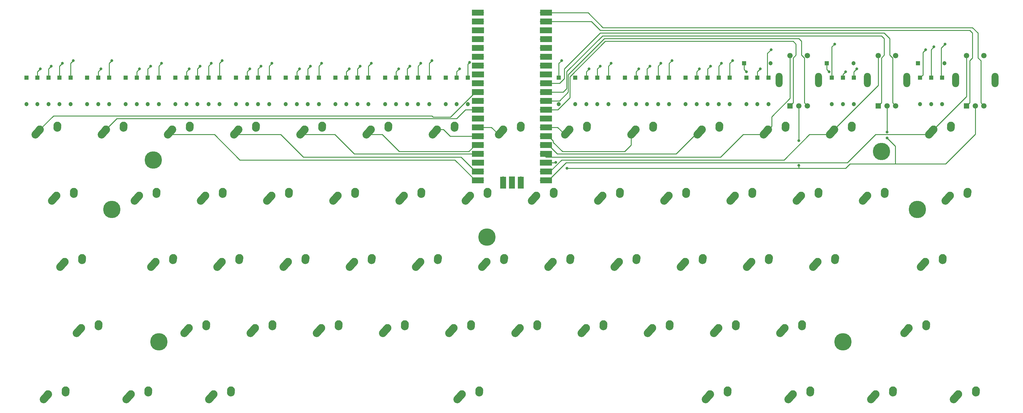
<source format=gbl>
%TF.GenerationSoftware,KiCad,Pcbnew,7.0.4*%
%TF.CreationDate,2023-05-29T10:37:38-04:00*%
%TF.ProjectId,keyboard,6b657962-6f61-4726-942e-6b696361645f,rev?*%
%TF.SameCoordinates,Original*%
%TF.FileFunction,Copper,L2,Bot*%
%TF.FilePolarity,Positive*%
%FSLAX46Y46*%
G04 Gerber Fmt 4.6, Leading zero omitted, Abs format (unit mm)*
G04 Created by KiCad (PCBNEW 7.0.4) date 2023-05-29 10:37:38*
%MOMM*%
%LPD*%
G01*
G04 APERTURE LIST*
G04 Aperture macros list*
%AMRoundRect*
0 Rectangle with rounded corners*
0 $1 Rounding radius*
0 $2 $3 $4 $5 $6 $7 $8 $9 X,Y pos of 4 corners*
0 Add a 4 corners polygon primitive as box body*
4,1,4,$2,$3,$4,$5,$6,$7,$8,$9,$2,$3,0*
0 Add four circle primitives for the rounded corners*
1,1,$1+$1,$2,$3*
1,1,$1+$1,$4,$5*
1,1,$1+$1,$6,$7*
1,1,$1+$1,$8,$9*
0 Add four rect primitives between the rounded corners*
20,1,$1+$1,$2,$3,$4,$5,0*
20,1,$1+$1,$4,$5,$6,$7,0*
20,1,$1+$1,$6,$7,$8,$9,0*
20,1,$1+$1,$8,$9,$2,$3,0*%
%AMHorizOval*
0 Thick line with rounded ends*
0 $1 width*
0 $2 $3 position (X,Y) of the first rounded end (center of the circle)*
0 $4 $5 position (X,Y) of the second rounded end (center of the circle)*
0 Add line between two ends*
20,1,$1,$2,$3,$4,$5,0*
0 Add two circle primitives to create the rounded ends*
1,1,$1,$2,$3*
1,1,$1,$4,$5*%
G04 Aperture macros list end*
%TA.AperFunction,ComponentPad*%
%ADD10HorizOval,2.250000X0.655001X0.730000X-0.655001X-0.730000X0*%
%TD*%
%TA.AperFunction,ComponentPad*%
%ADD11C,2.250000*%
%TD*%
%TA.AperFunction,ComponentPad*%
%ADD12HorizOval,2.250000X0.020000X0.290000X-0.020000X-0.290000X0*%
%TD*%
%TA.AperFunction,ComponentPad*%
%ADD13R,1.200000X1.200000*%
%TD*%
%TA.AperFunction,ComponentPad*%
%ADD14C,1.200000*%
%TD*%
%TA.AperFunction,ComponentPad*%
%ADD15C,5.000000*%
%TD*%
%TA.AperFunction,ComponentPad*%
%ADD16C,1.550000*%
%TD*%
%TA.AperFunction,ComponentPad*%
%ADD17RoundRect,1.000000X0.000000X-1.049999X0.000000X-1.049999X0.000000X1.049999X0.000000X1.049999X0*%
%TD*%
%TA.AperFunction,ComponentPad*%
%ADD18R,1.550000X1.550000*%
%TD*%
%TA.AperFunction,ComponentPad*%
%ADD19O,1.700000X1.700000*%
%TD*%
%TA.AperFunction,SMDPad,CuDef*%
%ADD20R,3.500000X1.700000*%
%TD*%
%TA.AperFunction,ComponentPad*%
%ADD21R,1.700000X1.700000*%
%TD*%
%TA.AperFunction,SMDPad,CuDef*%
%ADD22R,1.700000X3.500000*%
%TD*%
%TA.AperFunction,ViaPad*%
%ADD23C,0.800000*%
%TD*%
%TA.AperFunction,Conductor*%
%ADD24C,0.250000*%
%TD*%
G04 APERTURE END LIST*
D10*
%TO.P,MX42,1,COL*%
%TO.N,COL0*%
X73838751Y-142780000D03*
D11*
X74493750Y-142050000D03*
D12*
%TO.P,MX42,2,ROW*%
%TO.N,Net-(D4-A)*%
X79513750Y-141260000D03*
D11*
X79533750Y-140970000D03*
%TD*%
D13*
%TO.P,D43,1,K*%
%TO.N,ROW0*%
X230981250Y-70005750D03*
D14*
%TO.P,D43,2,A*%
%TO.N,Net-(D43-A)*%
X230981250Y-77631750D03*
%TD*%
D13*
%TO.P,D60,1,K*%
%TO.N,ROW3*%
X319087500Y-70005750D03*
D14*
%TO.P,D60,2,A*%
%TO.N,Net-(D60-A)*%
X319087500Y-77631750D03*
%TD*%
D13*
%TO.P,D52,1,K*%
%TO.N,ROW4*%
X261143750Y-70005750D03*
D14*
%TO.P,D52,2,A*%
%TO.N,Net-(D52-A)*%
X261143750Y-77631750D03*
%TD*%
D15*
%TO.P,REF\u002A\u002A,1*%
%TO.N,N/C*%
X83343750Y-107950000D03*
%TD*%
D10*
%TO.P,MX50,1,COL*%
%TO.N,COL9*%
X238145001Y-142780000D03*
D11*
X238800000Y-142050000D03*
D12*
%TO.P,MX50,2,ROW*%
%TO.N,Net-(D42-A)*%
X243820000Y-141260000D03*
D11*
X243840000Y-140970000D03*
%TD*%
D10*
%TO.P,MX33,1,COL*%
%TO.N,COL5*%
X152420001Y-123730000D03*
D11*
X153075000Y-123000000D03*
D12*
%TO.P,MX33,2,ROW*%
%TO.N,Net-(D24-A)*%
X158095000Y-122210000D03*
D11*
X158115000Y-121920000D03*
%TD*%
D13*
%TO.P,D46,1,K*%
%TO.N,ROW3*%
X240506250Y-70005750D03*
D14*
%TO.P,D46,2,A*%
%TO.N,Net-(D46-A)*%
X240506250Y-77631750D03*
%TD*%
D10*
%TO.P,MX5,1,COL*%
%TO.N,COL4*%
X138132501Y-85630000D03*
D11*
X138787500Y-84900000D03*
D12*
%TO.P,MX5,2,ROW*%
%TO.N,Net-(D18-A)*%
X143807500Y-84110000D03*
D11*
X143827500Y-83820000D03*
%TD*%
D10*
%TO.P,MX18,1,COL*%
%TO.N,COL3*%
X128607501Y-104680000D03*
D11*
X129262500Y-103950000D03*
D12*
%TO.P,MX18,2,ROW*%
%TO.N,Net-(D14-A)*%
X134282500Y-103160000D03*
D11*
X134302500Y-102870000D03*
%TD*%
D10*
%TO.P,MX7,1,COL*%
%TO.N,COL6*%
X176232501Y-85630000D03*
D11*
X176887500Y-84900000D03*
D12*
%TO.P,MX7,2,ROW*%
%TO.N,Net-(D26-A)*%
X181907500Y-84110000D03*
D11*
X181927500Y-83820000D03*
%TD*%
D13*
%TO.P,D8,1,K*%
%TO.N,ROW4*%
X82550000Y-70005750D03*
D14*
%TO.P,D8,2,A*%
%TO.N,Net-(D8-A)*%
X82550000Y-77631750D03*
%TD*%
D13*
%TO.P,D31,1,K*%
%TO.N,ROW1*%
X165100000Y-70005750D03*
D14*
%TO.P,D31,2,A*%
%TO.N,Net-(D31-A)*%
X165100000Y-77631750D03*
%TD*%
D13*
%TO.P,D44,1,K*%
%TO.N,ROW1*%
X234156250Y-70005750D03*
D14*
%TO.P,D44,2,A*%
%TO.N,Net-(D44-A)*%
X234156250Y-77631750D03*
%TD*%
D10*
%TO.P,MX20,1,COL*%
%TO.N,COL5*%
X166707501Y-104680000D03*
D11*
X167362500Y-103950000D03*
D12*
%TO.P,MX20,2,ROW*%
%TO.N,Net-(D23-A)*%
X172382500Y-103160000D03*
D11*
X172402500Y-102870000D03*
%TD*%
D10*
%TO.P,MX60,1,COL*%
%TO.N,COL12*%
X302438751Y-161830000D03*
D11*
X303093750Y-161100000D03*
D12*
%TO.P,MX60,2,ROW*%
%TO.N,Net-(D56-A)*%
X308113750Y-160310000D03*
D11*
X308133750Y-160020000D03*
%TD*%
D13*
%TO.P,D17,1,K*%
%TO.N,ROW4*%
X114300000Y-70005750D03*
D14*
%TO.P,D17,2,A*%
%TO.N,Net-(D17-A)*%
X114300000Y-77631750D03*
%TD*%
D13*
%TO.P,D11,1,K*%
%TO.N,ROW2*%
X93662500Y-70005750D03*
D14*
%TO.P,D11,2,A*%
%TO.N,Net-(D11-A)*%
X93662500Y-77631750D03*
%TD*%
D10*
%TO.P,MX27,1,COL*%
%TO.N,COL12*%
X300057501Y-104680000D03*
D11*
X300712500Y-103950000D03*
D12*
%TO.P,MX27,2,ROW*%
%TO.N,Net-(D54-A)*%
X305732500Y-103160000D03*
D11*
X305752500Y-102870000D03*
%TD*%
D10*
%TO.P,MX2,1,COL*%
%TO.N,COL1*%
X80982501Y-85630000D03*
D11*
X81637500Y-84900000D03*
D12*
%TO.P,MX2,2,ROW*%
%TO.N,Net-(D6-A)*%
X86657500Y-84110000D03*
D11*
X86677500Y-83820000D03*
%TD*%
D13*
%TO.P,D39,1,K*%
%TO.N,ROW0*%
X216693750Y-70005750D03*
D14*
%TO.P,D39,2,A*%
%TO.N,Net-(D39-A)*%
X216693750Y-77631750D03*
%TD*%
D13*
%TO.P,D48,1,K*%
%TO.N,ROW0*%
X248443750Y-70005750D03*
D14*
%TO.P,D48,2,A*%
%TO.N,Net-(D48-A)*%
X248443750Y-77631750D03*
%TD*%
D13*
%TO.P,D10,1,K*%
%TO.N,ROW1*%
X90487500Y-70005750D03*
D14*
%TO.P,D10,2,A*%
%TO.N,Net-(D10-A)*%
X90487500Y-77631750D03*
%TD*%
D13*
%TO.P,D2,1,K*%
%TO.N,ROW1*%
X61912500Y-70005750D03*
D14*
%TO.P,D2,2,A*%
%TO.N,Net-(D2-A)*%
X61912500Y-77631750D03*
%TD*%
D10*
%TO.P,MX30,1,COL*%
%TO.N,COL2*%
X95270001Y-123730000D03*
D11*
X95925000Y-123000000D03*
D12*
%TO.P,MX30,2,ROW*%
%TO.N,Net-(D11-A)*%
X100945000Y-122210000D03*
D11*
X100965000Y-121920000D03*
%TD*%
D10*
%TO.P,MX48,1,COL*%
%TO.N,COL7*%
X200045001Y-142780000D03*
D11*
X200700000Y-142050000D03*
D12*
%TO.P,MX48,2,ROW*%
%TO.N,Net-(D33-A)*%
X205720000Y-141260000D03*
D11*
X205740000Y-140970000D03*
%TD*%
D13*
%TO.P,D13,1,K*%
%TO.N,ROW0*%
X101600000Y-70005750D03*
D14*
%TO.P,D13,2,A*%
%TO.N,Net-(D13-A)*%
X101600000Y-77631750D03*
%TD*%
D13*
%TO.P,D41,1,K*%
%TO.N,ROW2*%
X223043750Y-70005750D03*
D14*
%TO.P,D41,2,A*%
%TO.N,Net-(D41-A)*%
X223043750Y-77631750D03*
%TD*%
D13*
%TO.P,D23,1,K*%
%TO.N,ROW1*%
X136525000Y-70005750D03*
D14*
%TO.P,D23,2,A*%
%TO.N,Net-(D23-A)*%
X136525000Y-77631750D03*
%TD*%
D10*
%TO.P,MX55,1,COL*%
%TO.N,COL1*%
X88126251Y-161830000D03*
D11*
X88781250Y-161100000D03*
D12*
%TO.P,MX55,2,ROW*%
%TO.N,Net-(D8-A)*%
X93801250Y-160310000D03*
D11*
X93821250Y-160020000D03*
%TD*%
D10*
%TO.P,MX6,1,COL*%
%TO.N,COL5*%
X157182501Y-85630000D03*
D11*
X157837500Y-84900000D03*
D12*
%TO.P,MX6,2,ROW*%
%TO.N,Net-(D22-A)*%
X162857500Y-84110000D03*
D11*
X162877500Y-83820000D03*
%TD*%
D13*
%TO.P,D64,1,K*%
%TO.N,ROW0*%
X315274500Y-65881250D03*
D14*
%TO.P,D64,2,A*%
%TO.N,Net-(D64-A)*%
X322900500Y-65881250D03*
%TD*%
D15*
%TO.P,,1*%
%TO.N,N/C*%
X95250000Y-93662500D03*
%TD*%
D13*
%TO.P,D33,1,K*%
%TO.N,ROW3*%
X171450000Y-70005750D03*
D14*
%TO.P,D33,2,A*%
%TO.N,Net-(D33-A)*%
X171450000Y-77631750D03*
%TD*%
D10*
%TO.P,MX51,1,COL*%
%TO.N,COL10*%
X257195001Y-142780000D03*
D11*
X257850000Y-142050000D03*
D12*
%TO.P,MX51,2,ROW*%
%TO.N,Net-(D46-A)*%
X262870000Y-141260000D03*
D11*
X262890000Y-140970000D03*
%TD*%
D10*
%TO.P,MX41,1,COL*%
%TO.N,COL13*%
X316726251Y-123730000D03*
D11*
X317381250Y-123000000D03*
D12*
%TO.P,MX41,2,ROW*%
%TO.N,Net-(D59-A)*%
X322401250Y-122210000D03*
D11*
X322421250Y-121920000D03*
%TD*%
D10*
%TO.P,MX3,1,COL*%
%TO.N,COL2*%
X100032501Y-85630000D03*
D11*
X100687500Y-84900000D03*
D12*
%TO.P,MX3,2,ROW*%
%TO.N,Net-(D9-A)*%
X105707500Y-84110000D03*
D11*
X105727500Y-83820000D03*
%TD*%
D13*
%TO.P,D15,1,K*%
%TO.N,ROW2*%
X107950000Y-70005750D03*
D14*
%TO.P,D15,2,A*%
%TO.N,Net-(D15-A)*%
X107950000Y-77631750D03*
%TD*%
D13*
%TO.P,D26,1,K*%
%TO.N,ROW0*%
X147637500Y-70005750D03*
D14*
%TO.P,D26,2,A*%
%TO.N,Net-(D26-A)*%
X147637500Y-77631750D03*
%TD*%
D13*
%TO.P,D30,1,K*%
%TO.N,ROW0*%
X161925000Y-70005750D03*
D14*
%TO.P,D30,2,A*%
%TO.N,Net-(D30-A)*%
X161925000Y-77631750D03*
%TD*%
D13*
%TO.P,D3,1,K*%
%TO.N,ROW2*%
X65087500Y-70005750D03*
D14*
%TO.P,D3,2,A*%
%TO.N,Net-(D3-A)*%
X65087500Y-77631750D03*
%TD*%
D10*
%TO.P,MX44,1,COL*%
%TO.N,COL3*%
X123845001Y-142780000D03*
D11*
X124500000Y-142050000D03*
D12*
%TO.P,MX44,2,ROW*%
%TO.N,Net-(D16-A)*%
X129520000Y-141260000D03*
D11*
X129540000Y-140970000D03*
%TD*%
D16*
%TO.P,ENC3,1,1*%
%TO.N,COL13*%
X329287500Y-63643750D03*
%TO.P,ENC3,2,2*%
%TO.N,Net-(D64-A)*%
X334287500Y-63643750D03*
D17*
%TO.P,ENC3,3,MNT_1*%
%TO.N,unconnected-(ENC3-MNT_1-Pad3)*%
X326087500Y-70643750D03*
%TO.P,ENC3,4,MNT_2*%
%TO.N,unconnected-(ENC3-MNT_2-Pad4)*%
X337487500Y-70643750D03*
D18*
%TO.P,ENC3,A,CHANNEL_A*%
%TO.N,ENC3A*%
X329287500Y-78143750D03*
D16*
%TO.P,ENC3,B,CHANNEL_B*%
%TO.N,ENC3B*%
X334287500Y-78143750D03*
%TO.P,ENC3,C,COMMON*%
%TO.N,GND*%
X331787500Y-78143750D03*
%TD*%
D13*
%TO.P,D22,1,K*%
%TO.N,ROW0*%
X133350000Y-70005750D03*
D14*
%TO.P,D22,2,A*%
%TO.N,Net-(D22-A)*%
X133350000Y-77631750D03*
%TD*%
D13*
%TO.P,D45,1,K*%
%TO.N,ROW2*%
X237331250Y-70005750D03*
D14*
%TO.P,D45,2,A*%
%TO.N,Net-(D45-A)*%
X237331250Y-77631750D03*
%TD*%
D10*
%TO.P,MX56,1,COL*%
%TO.N,COL3*%
X111938751Y-161830000D03*
D11*
X112593750Y-161100000D03*
D12*
%TO.P,MX56,2,ROW*%
%TO.N,Net-(D17-A)*%
X117613750Y-160310000D03*
D11*
X117633750Y-160020000D03*
%TD*%
D13*
%TO.P,D56,1,K*%
%TO.N,ROW4*%
X290512500Y-70005750D03*
D14*
%TO.P,D56,2,A*%
%TO.N,Net-(D56-A)*%
X290512500Y-77631750D03*
%TD*%
D10*
%TO.P,MX32,1,COL*%
%TO.N,COL4*%
X133370001Y-123730000D03*
D11*
X134025000Y-123000000D03*
D12*
%TO.P,MX32,2,ROW*%
%TO.N,Net-(D20-A)*%
X139045000Y-122210000D03*
D11*
X139065000Y-121920000D03*
%TD*%
D13*
%TO.P,D18,1,K*%
%TO.N,ROW0*%
X119062500Y-70005750D03*
D14*
%TO.P,D18,2,A*%
%TO.N,Net-(D18-A)*%
X119062500Y-77631750D03*
%TD*%
D10*
%TO.P,MX34,1,COL*%
%TO.N,COL6*%
X171470001Y-123730000D03*
D11*
X172125000Y-123000000D03*
D12*
%TO.P,MX34,2,ROW*%
%TO.N,Net-(D28-A)*%
X177145000Y-122210000D03*
D11*
X177165000Y-121920000D03*
%TD*%
D10*
%TO.P,MX10,1,COL*%
%TO.N,COL9*%
X233382501Y-85630000D03*
D11*
X234037500Y-84900000D03*
D12*
%TO.P,MX10,2,ROW*%
%TO.N,Net-(D39-A)*%
X239057500Y-84110000D03*
D11*
X239077500Y-83820000D03*
%TD*%
D13*
%TO.P,D19,1,K*%
%TO.N,ROW1*%
X122237500Y-70005750D03*
D14*
%TO.P,D19,2,A*%
%TO.N,Net-(D19-A)*%
X122237500Y-77631750D03*
%TD*%
D13*
%TO.P,D38,1,K*%
%TO.N,ROW3*%
X211931250Y-70005750D03*
D14*
%TO.P,D38,2,A*%
%TO.N,Net-(D38-A)*%
X211931250Y-77631750D03*
%TD*%
D13*
%TO.P,D40,1,K*%
%TO.N,ROW1*%
X219868750Y-70005750D03*
D14*
%TO.P,D40,2,A*%
%TO.N,Net-(D40-A)*%
X219868750Y-77631750D03*
%TD*%
D16*
%TO.P,ENC1,1,1*%
%TO.N,COL11*%
X278487500Y-63643750D03*
%TO.P,ENC1,2,2*%
%TO.N,Net-(D62-A)*%
X283487500Y-63643750D03*
D17*
%TO.P,ENC1,3,MNT_1*%
%TO.N,unconnected-(ENC1-MNT_1-Pad3)*%
X275287500Y-70643750D03*
%TO.P,ENC1,4,MNT_2*%
%TO.N,unconnected-(ENC1-MNT_2-Pad4)*%
X286687500Y-70643750D03*
D18*
%TO.P,ENC1,A,CHANNEL_A*%
%TO.N,ENC1A*%
X278487500Y-78143750D03*
D16*
%TO.P,ENC1,B,CHANNEL_B*%
%TO.N,ENC1B*%
X283487500Y-78143750D03*
%TO.P,ENC1,C,COMMON*%
%TO.N,GND*%
X280987500Y-78143750D03*
%TD*%
D10*
%TO.P,MX52,1,COL*%
%TO.N,COL11*%
X276245001Y-142780000D03*
D11*
X276900000Y-142050000D03*
D12*
%TO.P,MX52,2,ROW*%
%TO.N,Net-(D51-A)*%
X281920000Y-141260000D03*
D11*
X281940000Y-140970000D03*
%TD*%
D10*
%TO.P,MX17,1,COL*%
%TO.N,COL2*%
X109557501Y-104680000D03*
D11*
X110212500Y-103950000D03*
D12*
%TO.P,MX17,2,ROW*%
%TO.N,Net-(D10-A)*%
X115232500Y-103160000D03*
D11*
X115252500Y-102870000D03*
%TD*%
D13*
%TO.P,D53,1,K*%
%TO.N,ROW0*%
X265906250Y-70005750D03*
D14*
%TO.P,D53,2,A*%
%TO.N,Net-(D53-A)*%
X265906250Y-77631750D03*
%TD*%
D13*
%TO.P,D1,1,K*%
%TO.N,ROW0*%
X58737500Y-70005750D03*
D14*
%TO.P,D1,2,A*%
%TO.N,Net-(D1-A)*%
X58737500Y-77631750D03*
%TD*%
D10*
%TO.P,MX39,1,COL*%
%TO.N,COL11*%
X266720001Y-123730000D03*
D11*
X267375000Y-123000000D03*
D12*
%TO.P,MX39,2,ROW*%
%TO.N,Net-(D50-A)*%
X272395000Y-122210000D03*
D11*
X272415000Y-121920000D03*
%TD*%
D10*
%TO.P,MX43,1,COL*%
%TO.N,COL2*%
X104795001Y-142780000D03*
D11*
X105450000Y-142050000D03*
D12*
%TO.P,MX43,2,ROW*%
%TO.N,Net-(D12-A)*%
X110470000Y-141260000D03*
D11*
X110490000Y-140970000D03*
%TD*%
D13*
%TO.P,D42,1,K*%
%TO.N,ROW3*%
X226218750Y-70005750D03*
D14*
%TO.P,D42,2,A*%
%TO.N,Net-(D42-A)*%
X226218750Y-77631750D03*
%TD*%
D16*
%TO.P,ENC2,1,1*%
%TO.N,COL12*%
X303887500Y-63643750D03*
%TO.P,ENC2,2,2*%
%TO.N,Net-(D63-A)*%
X308887500Y-63643750D03*
D17*
%TO.P,ENC2,3,MNT_1*%
%TO.N,unconnected-(ENC2-MNT_1-Pad3)*%
X300687500Y-70643750D03*
%TO.P,ENC2,4,MNT_2*%
%TO.N,unconnected-(ENC2-MNT_2-Pad4)*%
X312087500Y-70643750D03*
D18*
%TO.P,ENC2,A,CHANNEL_A*%
%TO.N,ENC2A*%
X303887500Y-78143750D03*
D16*
%TO.P,ENC2,B,CHANNEL_B*%
%TO.N,ENC2B*%
X308887500Y-78143750D03*
%TO.P,ENC2,C,COMMON*%
%TO.N,GND*%
X306387500Y-78143750D03*
%TD*%
D13*
%TO.P,D47,1,K*%
%TO.N,ROW4*%
X243681250Y-70005750D03*
D14*
%TO.P,D47,2,A*%
%TO.N,Net-(D47-A)*%
X243681250Y-77631750D03*
%TD*%
D10*
%TO.P,MX45,1,COL*%
%TO.N,COL4*%
X142895001Y-142780000D03*
D11*
X143550000Y-142050000D03*
D12*
%TO.P,MX45,2,ROW*%
%TO.N,Net-(D21-A)*%
X148570000Y-141260000D03*
D11*
X148590000Y-140970000D03*
%TD*%
D13*
%TO.P,D49,1,K*%
%TO.N,ROW1*%
X251618750Y-70005750D03*
D14*
%TO.P,D49,2,A*%
%TO.N,Net-(D49-A)*%
X251618750Y-77631750D03*
%TD*%
D13*
%TO.P,D24,1,K*%
%TO.N,ROW2*%
X139700000Y-70005750D03*
D14*
%TO.P,D24,2,A*%
%TO.N,Net-(D24-A)*%
X139700000Y-77631750D03*
%TD*%
D15*
%TO.P,REF\u002A\u002A,1*%
%TO.N,N/C*%
X315118750Y-107950000D03*
%TD*%
D13*
%TO.P,D29,1,K*%
%TO.N,ROW3*%
X157162500Y-70005750D03*
D14*
%TO.P,D29,2,A*%
%TO.N,Net-(D29-A)*%
X157162500Y-77631750D03*
%TD*%
D10*
%TO.P,MX37,1,COL*%
%TO.N,COL9*%
X228620001Y-123730000D03*
D11*
X229275000Y-123000000D03*
D12*
%TO.P,MX37,2,ROW*%
%TO.N,Net-(D41-A)*%
X234295000Y-122210000D03*
D11*
X234315000Y-121920000D03*
%TD*%
D15*
%TO.P,REF\u002A\u002A,1*%
%TO.N,N/C*%
X95250000Y-93662500D03*
%TD*%
D13*
%TO.P,D28,1,K*%
%TO.N,ROW2*%
X153987500Y-70005750D03*
D14*
%TO.P,D28,2,A*%
%TO.N,Net-(D28-A)*%
X153987500Y-77631750D03*
%TD*%
D10*
%TO.P,MX40,1,COL*%
%TO.N,COL12*%
X285770001Y-123730000D03*
D11*
X286425000Y-123000000D03*
D12*
%TO.P,MX40,2,ROW*%
%TO.N,Net-(D55-A)*%
X291445000Y-122210000D03*
D11*
X291465000Y-121920000D03*
%TD*%
D13*
%TO.P,D58,1,K*%
%TO.N,ROW1*%
X296862500Y-70005750D03*
D14*
%TO.P,D58,2,A*%
%TO.N,Net-(D58-A)*%
X296862500Y-77631750D03*
%TD*%
D13*
%TO.P,D14,1,K*%
%TO.N,ROW1*%
X104775000Y-70005750D03*
D14*
%TO.P,D14,2,A*%
%TO.N,Net-(D14-A)*%
X104775000Y-77631750D03*
%TD*%
D13*
%TO.P,D6,1,K*%
%TO.N,ROW0*%
X76200000Y-70005750D03*
D14*
%TO.P,D6,2,A*%
%TO.N,Net-(D6-A)*%
X76200000Y-77631750D03*
%TD*%
D10*
%TO.P,MX54,1,COL*%
%TO.N,COL0*%
X64313751Y-161830000D03*
D11*
X64968750Y-161100000D03*
D12*
%TO.P,MX54,2,ROW*%
%TO.N,Net-(D5-A)*%
X69988750Y-160310000D03*
D11*
X70008750Y-160020000D03*
%TD*%
D13*
%TO.P,D34,1,K*%
%TO.N,ROW4*%
X174625000Y-70005750D03*
D14*
%TO.P,D34,2,A*%
%TO.N,Net-(D34-A)*%
X174625000Y-77631750D03*
%TD*%
D10*
%TO.P,MX15,1,COL*%
%TO.N,COL0*%
X66695001Y-104680000D03*
D11*
X67350000Y-103950000D03*
D12*
%TO.P,MX15,2,ROW*%
%TO.N,Net-(D2-A)*%
X72370000Y-103160000D03*
D11*
X72390000Y-102870000D03*
%TD*%
D10*
%TO.P,MX36,1,COL*%
%TO.N,COL8*%
X209570001Y-123730000D03*
D11*
X210225000Y-123000000D03*
D12*
%TO.P,MX36,2,ROW*%
%TO.N,Net-(D37-A)*%
X215245000Y-122210000D03*
D11*
X215265000Y-121920000D03*
%TD*%
D10*
%TO.P,MX49,1,COL*%
%TO.N,COL8*%
X219095001Y-142780000D03*
D11*
X219750000Y-142050000D03*
D12*
%TO.P,MX49,2,ROW*%
%TO.N,Net-(D38-A)*%
X224770000Y-141260000D03*
D11*
X224790000Y-140970000D03*
%TD*%
D13*
%TO.P,D62,1,K*%
%TO.N,ROW0*%
X265268250Y-65881250D03*
D14*
%TO.P,D62,2,A*%
%TO.N,Net-(D62-A)*%
X272894250Y-65881250D03*
%TD*%
D13*
%TO.P,D20,1,K*%
%TO.N,ROW2*%
X125412500Y-70005750D03*
D14*
%TO.P,D20,2,A*%
%TO.N,Net-(D20-A)*%
X125412500Y-77631750D03*
%TD*%
D10*
%TO.P,MX31,1,COL*%
%TO.N,COL3*%
X114320001Y-123730000D03*
D11*
X114975000Y-123000000D03*
D12*
%TO.P,MX31,2,ROW*%
%TO.N,Net-(D15-A)*%
X119995000Y-122210000D03*
D11*
X120015000Y-121920000D03*
%TD*%
D10*
%TO.P,MX13,1,COL*%
%TO.N,COL12*%
X290532501Y-85630000D03*
D11*
X291187500Y-84900000D03*
D12*
%TO.P,MX13,2,ROW*%
%TO.N,Net-(D53-A)*%
X296207500Y-84110000D03*
D11*
X296227500Y-83820000D03*
%TD*%
D13*
%TO.P,D12,1,K*%
%TO.N,ROW3*%
X96837500Y-70005750D03*
D14*
%TO.P,D12,2,A*%
%TO.N,Net-(D12-A)*%
X96837500Y-77631750D03*
%TD*%
D10*
%TO.P,MX53,1,COL*%
%TO.N,COL13*%
X311963751Y-142780000D03*
D11*
X312618750Y-142050000D03*
D12*
%TO.P,MX53,2,ROW*%
%TO.N,Net-(D60-A)*%
X317638750Y-141260000D03*
D11*
X317658750Y-140970000D03*
%TD*%
D13*
%TO.P,D35,1,K*%
%TO.N,ROW0*%
X179387500Y-70005750D03*
D14*
%TO.P,D35,2,A*%
%TO.N,Net-(D35-A)*%
X179387500Y-77631750D03*
%TD*%
D13*
%TO.P,D16,1,K*%
%TO.N,ROW3*%
X111125000Y-70005750D03*
D14*
%TO.P,D16,2,A*%
%TO.N,Net-(D16-A)*%
X111125000Y-77631750D03*
%TD*%
D13*
%TO.P,D5,1,K*%
%TO.N,ROW4*%
X71437500Y-70005750D03*
D14*
%TO.P,D5,2,A*%
%TO.N,Net-(D5-A)*%
X71437500Y-77631750D03*
%TD*%
D13*
%TO.P,D61,1,K*%
%TO.N,ROW4*%
X322262500Y-70005750D03*
D14*
%TO.P,D61,2,A*%
%TO.N,Net-(D61-A)*%
X322262500Y-77631750D03*
%TD*%
D13*
%TO.P,D51,1,K*%
%TO.N,ROW3*%
X257968750Y-70005750D03*
D14*
%TO.P,D51,2,A*%
%TO.N,Net-(D51-A)*%
X257968750Y-77631750D03*
%TD*%
D15*
%TO.P,REF\u002A\u002A,1*%
%TO.N,N/C*%
X304800000Y-91281250D03*
%TD*%
D10*
%TO.P,MX23,1,COL*%
%TO.N,COL8*%
X223857501Y-104680000D03*
D11*
X224512500Y-103950000D03*
D12*
%TO.P,MX23,2,ROW*%
%TO.N,Net-(D36-A)*%
X229532500Y-103160000D03*
D11*
X229552500Y-102870000D03*
%TD*%
D10*
%TO.P,MX57,1,COL*%
%TO.N,COL7*%
X183376251Y-161830000D03*
D11*
X184031250Y-161100000D03*
D12*
%TO.P,MX57,2,ROW*%
%TO.N,Net-(D34-A)*%
X189051250Y-160310000D03*
D11*
X189071250Y-160020000D03*
%TD*%
D13*
%TO.P,D55,1,K*%
%TO.N,ROW2*%
X272256250Y-70005750D03*
D14*
%TO.P,D55,2,A*%
%TO.N,Net-(D55-A)*%
X272256250Y-77631750D03*
%TD*%
D10*
%TO.P,MX8,1,COL*%
%TO.N,COL7*%
X195282501Y-85630000D03*
D11*
X195937500Y-84900000D03*
D12*
%TO.P,MX8,2,ROW*%
%TO.N,Net-(D30-A)*%
X200957500Y-84110000D03*
D11*
X200977500Y-83820000D03*
%TD*%
D13*
%TO.P,D54,1,K*%
%TO.N,ROW1*%
X269081250Y-70005750D03*
D14*
%TO.P,D54,2,A*%
%TO.N,Net-(D54-A)*%
X269081250Y-77631750D03*
%TD*%
D10*
%TO.P,MX47,1,COL*%
%TO.N,COL6*%
X180995001Y-142780000D03*
D11*
X181650000Y-142050000D03*
D12*
%TO.P,MX47,2,ROW*%
%TO.N,Net-(D29-A)*%
X186670000Y-141260000D03*
D11*
X186690000Y-140970000D03*
%TD*%
D10*
%TO.P,MX59,1,COL*%
%TO.N,COL11*%
X278626251Y-161830000D03*
D11*
X279281250Y-161100000D03*
D12*
%TO.P,MX59,2,ROW*%
%TO.N,Net-(D52-A)*%
X284301250Y-160310000D03*
D11*
X284321250Y-160020000D03*
%TD*%
D13*
%TO.P,D21,1,K*%
%TO.N,ROW3*%
X128587500Y-70005750D03*
D14*
%TO.P,D21,2,A*%
%TO.N,Net-(D21-A)*%
X128587500Y-77631750D03*
%TD*%
D13*
%TO.P,D59,1,K*%
%TO.N,ROW2*%
X315912500Y-70005750D03*
D14*
%TO.P,D59,2,A*%
%TO.N,Net-(D59-A)*%
X315912500Y-77631750D03*
%TD*%
D10*
%TO.P,MX46,1,COL*%
%TO.N,COL5*%
X161945001Y-142780000D03*
D11*
X162600000Y-142050000D03*
D12*
%TO.P,MX46,2,ROW*%
%TO.N,Net-(D25-A)*%
X167620000Y-141260000D03*
D11*
X167640000Y-140970000D03*
%TD*%
D13*
%TO.P,D27,1,K*%
%TO.N,ROW1*%
X150812500Y-70005750D03*
D14*
%TO.P,D27,2,A*%
%TO.N,Net-(D27-A)*%
X150812500Y-77631750D03*
%TD*%
D15*
%TO.P,REF\u002A\u002A,1*%
%TO.N,N/C*%
X96837500Y-146050000D03*
%TD*%
D10*
%TO.P,MX58,1,COL*%
%TO.N,COL10*%
X254813751Y-161830000D03*
D11*
X255468750Y-161100000D03*
D12*
%TO.P,MX58,2,ROW*%
%TO.N,Net-(D47-A)*%
X260488750Y-160310000D03*
D11*
X260508750Y-160020000D03*
%TD*%
D13*
%TO.P,D50,1,K*%
%TO.N,ROW2*%
X254793750Y-70005750D03*
D14*
%TO.P,D50,2,A*%
%TO.N,Net-(D50-A)*%
X254793750Y-77631750D03*
%TD*%
D13*
%TO.P,D57,1,K*%
%TO.N,ROW0*%
X293687500Y-70005750D03*
D14*
%TO.P,D57,2,A*%
%TO.N,Net-(D57-A)*%
X293687500Y-77631750D03*
%TD*%
D13*
%TO.P,D4,1,K*%
%TO.N,ROW3*%
X68262500Y-70005750D03*
D14*
%TO.P,D4,2,A*%
%TO.N,Net-(D4-A)*%
X68262500Y-77631750D03*
%TD*%
D10*
%TO.P,MX26,1,COL*%
%TO.N,COL11*%
X281007501Y-104680000D03*
D11*
X281662500Y-103950000D03*
D12*
%TO.P,MX26,2,ROW*%
%TO.N,Net-(D49-A)*%
X286682500Y-103160000D03*
D11*
X286702500Y-102870000D03*
%TD*%
D10*
%TO.P,MX35,1,COL*%
%TO.N,COL7*%
X190520001Y-123730000D03*
D11*
X191175000Y-123000000D03*
D12*
%TO.P,MX35,2,ROW*%
%TO.N,Net-(D32-A)*%
X196195000Y-122210000D03*
D11*
X196215000Y-121920000D03*
%TD*%
D10*
%TO.P,MX24,1,COL*%
%TO.N,COL9*%
X242907501Y-104680000D03*
D11*
X243562500Y-103950000D03*
D12*
%TO.P,MX24,2,ROW*%
%TO.N,Net-(D40-A)*%
X248582500Y-103160000D03*
D11*
X248602500Y-102870000D03*
%TD*%
D13*
%TO.P,D9,1,K*%
%TO.N,ROW0*%
X87312500Y-70005750D03*
D14*
%TO.P,D9,2,A*%
%TO.N,Net-(D9-A)*%
X87312500Y-77631750D03*
%TD*%
D13*
%TO.P,D7,1,K*%
%TO.N,ROW1*%
X79375000Y-70005750D03*
D14*
%TO.P,D7,2,A*%
%TO.N,Net-(D7-A)*%
X79375000Y-77631750D03*
%TD*%
D13*
%TO.P,D63,1,K*%
%TO.N,ROW0*%
X289080750Y-65881250D03*
D14*
%TO.P,D63,2,A*%
%TO.N,Net-(D63-A)*%
X296706750Y-65881250D03*
%TD*%
D10*
%TO.P,MX38,1,COL*%
%TO.N,COL10*%
X247670001Y-123730000D03*
D11*
X248325000Y-123000000D03*
D12*
%TO.P,MX38,2,ROW*%
%TO.N,Net-(D45-A)*%
X253345000Y-122210000D03*
D11*
X253365000Y-121920000D03*
%TD*%
D10*
%TO.P,MX21,1,COL*%
%TO.N,COL6*%
X185757501Y-104680000D03*
D11*
X186412500Y-103950000D03*
D12*
%TO.P,MX21,2,ROW*%
%TO.N,Net-(D27-A)*%
X191432500Y-103160000D03*
D11*
X191452500Y-102870000D03*
%TD*%
D10*
%TO.P,MX19,1,COL*%
%TO.N,COL4*%
X147657501Y-104680000D03*
D11*
X148312500Y-103950000D03*
D12*
%TO.P,MX19,2,ROW*%
%TO.N,Net-(D19-A)*%
X153332500Y-103160000D03*
D11*
X153352500Y-102870000D03*
%TD*%
D10*
%TO.P,MX25,1,COL*%
%TO.N,COL10*%
X261957501Y-104680000D03*
D11*
X262612500Y-103950000D03*
D12*
%TO.P,MX25,2,ROW*%
%TO.N,Net-(D44-A)*%
X267632500Y-103160000D03*
D11*
X267652500Y-102870000D03*
%TD*%
D13*
%TO.P,D36,1,K*%
%TO.N,ROW1*%
X182562500Y-70005750D03*
D14*
%TO.P,D36,2,A*%
%TO.N,Net-(D36-A)*%
X182562500Y-77631750D03*
%TD*%
D15*
%TO.P,REF\u002A\u002A,1*%
%TO.N,N/C*%
X191293750Y-115887500D03*
%TD*%
D10*
%TO.P,MX14,1,COL*%
%TO.N,COL13*%
X319107501Y-85630000D03*
D11*
X319762500Y-84900000D03*
D12*
%TO.P,MX14,2,ROW*%
%TO.N,Net-(D57-A)*%
X324782500Y-84110000D03*
D11*
X324802500Y-83820000D03*
%TD*%
D10*
%TO.P,MX61,1,COL*%
%TO.N,COL13*%
X326251251Y-161830000D03*
D11*
X326906250Y-161100000D03*
D12*
%TO.P,MX61,2,ROW*%
%TO.N,Net-(D61-A)*%
X331926250Y-160310000D03*
D11*
X331946250Y-160020000D03*
%TD*%
D10*
%TO.P,MX28,1,COL*%
%TO.N,COL13*%
X323870001Y-104680000D03*
D11*
X324525000Y-103950000D03*
D12*
%TO.P,MX28,2,ROW*%
%TO.N,Net-(D58-A)*%
X329545000Y-103160000D03*
D11*
X329565000Y-102870000D03*
%TD*%
D10*
%TO.P,MX12,1,COL*%
%TO.N,COL11*%
X271482501Y-85630000D03*
D11*
X272137500Y-84900000D03*
D12*
%TO.P,MX12,2,ROW*%
%TO.N,Net-(D48-A)*%
X277157500Y-84110000D03*
D11*
X277177500Y-83820000D03*
%TD*%
D13*
%TO.P,D25,1,K*%
%TO.N,ROW3*%
X142875000Y-70005750D03*
D14*
%TO.P,D25,2,A*%
%TO.N,Net-(D25-A)*%
X142875000Y-77631750D03*
%TD*%
D10*
%TO.P,MX16,1,COL*%
%TO.N,COL1*%
X90507501Y-104680000D03*
D11*
X91162500Y-103950000D03*
D12*
%TO.P,MX16,2,ROW*%
%TO.N,Net-(D7-A)*%
X96182500Y-103160000D03*
D11*
X96202500Y-102870000D03*
%TD*%
D10*
%TO.P,MX1,1,COL*%
%TO.N,COL0*%
X61932501Y-85630000D03*
D11*
X62587500Y-84900000D03*
D12*
%TO.P,MX1,2,ROW*%
%TO.N,Net-(D1-A)*%
X67607500Y-84110000D03*
D11*
X67627500Y-83820000D03*
%TD*%
D10*
%TO.P,MX4,1,COL*%
%TO.N,COL3*%
X119082501Y-85630000D03*
D11*
X119737500Y-84900000D03*
D12*
%TO.P,MX4,2,ROW*%
%TO.N,Net-(D13-A)*%
X124757500Y-84110000D03*
D11*
X124777500Y-83820000D03*
%TD*%
D15*
%TO.P,REF\u002A\u002A,1*%
%TO.N,N/C*%
X293687500Y-146050000D03*
%TD*%
D10*
%TO.P,MX11,1,COL*%
%TO.N,COL10*%
X252432501Y-85630000D03*
D11*
X253087500Y-84900000D03*
D12*
%TO.P,MX11,2,ROW*%
%TO.N,Net-(D43-A)*%
X258107500Y-84110000D03*
D11*
X258127500Y-83820000D03*
%TD*%
D13*
%TO.P,D32,1,K*%
%TO.N,ROW2*%
X168275000Y-70005750D03*
D14*
%TO.P,D32,2,A*%
%TO.N,Net-(D32-A)*%
X168275000Y-77631750D03*
%TD*%
D10*
%TO.P,MX29,1,COL*%
%TO.N,COL0*%
X69076251Y-123730000D03*
D11*
X69731250Y-123000000D03*
D12*
%TO.P,MX29,2,ROW*%
%TO.N,Net-(D3-A)*%
X74751250Y-122210000D03*
D11*
X74771250Y-121920000D03*
%TD*%
D13*
%TO.P,D37,1,K*%
%TO.N,ROW2*%
X185737500Y-70005750D03*
D14*
%TO.P,D37,2,A*%
%TO.N,Net-(D37-A)*%
X185737500Y-77631750D03*
%TD*%
D10*
%TO.P,MX22,1,COL*%
%TO.N,COL7*%
X204807501Y-104680000D03*
D11*
X205462500Y-103950000D03*
D12*
%TO.P,MX22,2,ROW*%
%TO.N,Net-(D31-A)*%
X210482500Y-103160000D03*
D11*
X210502500Y-102870000D03*
%TD*%
D10*
%TO.P,MX9,1,COL*%
%TO.N,COL8*%
X214332501Y-85630000D03*
D11*
X214987500Y-84900000D03*
D12*
%TO.P,MX9,2,ROW*%
%TO.N,Net-(D35-A)*%
X220007500Y-84110000D03*
D11*
X220027500Y-83820000D03*
%TD*%
D19*
%TO.P,U1,1,GPIO0*%
%TO.N,ENC3B*%
X207327500Y-51276250D03*
D20*
X208227500Y-51276250D03*
D19*
%TO.P,U1,2,GPIO1*%
%TO.N,ENC3A*%
X207327500Y-53816250D03*
D20*
X208227500Y-53816250D03*
D21*
%TO.P,U1,3,GND*%
%TO.N,unconnected-(U1-GND-Pad3)*%
X207327500Y-56356250D03*
D20*
X208227500Y-56356250D03*
D19*
%TO.P,U1,4,GPIO2*%
%TO.N,ROW4*%
X207327500Y-58896250D03*
D20*
X208227500Y-58896250D03*
D19*
%TO.P,U1,5,GPIO3*%
%TO.N,ROW3*%
X207327500Y-61436250D03*
D20*
X208227500Y-61436250D03*
D19*
%TO.P,U1,6,GPIO4*%
%TO.N,ROW2*%
X207327500Y-63976250D03*
D20*
X208227500Y-63976250D03*
D19*
%TO.P,U1,7,GPIO5*%
%TO.N,ROW1*%
X207327500Y-66516250D03*
D20*
X208227500Y-66516250D03*
D21*
%TO.P,U1,8,GND*%
%TO.N,unconnected-(U1-GND-Pad8)*%
X207327500Y-69056250D03*
D20*
X208227500Y-69056250D03*
D19*
%TO.P,U1,9,GPIO6*%
%TO.N,ENC2B*%
X207327500Y-71596250D03*
D20*
X208227500Y-71596250D03*
D19*
%TO.P,U1,10,GPIO7*%
%TO.N,ENC2A*%
X207327500Y-74136250D03*
D20*
X208227500Y-74136250D03*
D19*
%TO.P,U1,11,GPIO8*%
%TO.N,ENC1B*%
X207327500Y-76676250D03*
D20*
X208227500Y-76676250D03*
D19*
%TO.P,U1,12,GPIO9*%
%TO.N,ENC1A*%
X207327500Y-79216250D03*
D20*
X208227500Y-79216250D03*
D21*
%TO.P,U1,13,GND*%
%TO.N,unconnected-(U1-GND-Pad13)*%
X207327500Y-81756250D03*
D20*
X208227500Y-81756250D03*
D19*
%TO.P,U1,14,GPIO10*%
%TO.N,COL8*%
X207327500Y-84296250D03*
D20*
X208227500Y-84296250D03*
D19*
%TO.P,U1,15,GPIO11*%
%TO.N,COL9*%
X207327500Y-86836250D03*
D20*
X208227500Y-86836250D03*
D19*
%TO.P,U1,16,GPIO12*%
%TO.N,COL10*%
X207327500Y-89376250D03*
D20*
X208227500Y-89376250D03*
D19*
%TO.P,U1,17,GPIO13*%
%TO.N,COL11*%
X207327500Y-91916250D03*
D20*
X208227500Y-91916250D03*
D21*
%TO.P,U1,18,GND*%
%TO.N,GND*%
X207327500Y-94456250D03*
D20*
X208227500Y-94456250D03*
D19*
%TO.P,U1,19,GPIO14*%
%TO.N,COL12*%
X207327500Y-96996250D03*
D20*
X208227500Y-96996250D03*
D19*
%TO.P,U1,20,GPIO15*%
%TO.N,COL13*%
X207327500Y-99536250D03*
D20*
X208227500Y-99536250D03*
D19*
%TO.P,U1,21,GPIO16*%
%TO.N,COL2*%
X189547500Y-99536250D03*
D20*
X188647500Y-99536250D03*
D19*
%TO.P,U1,22,GPIO17*%
%TO.N,COL3*%
X189547500Y-96996250D03*
D20*
X188647500Y-96996250D03*
D21*
%TO.P,U1,23,GND*%
%TO.N,unconnected-(U1-GND-Pad23)*%
X189547500Y-94456250D03*
D20*
X188647500Y-94456250D03*
D19*
%TO.P,U1,24,GPIO18*%
%TO.N,COL4*%
X189547500Y-91916250D03*
D20*
X188647500Y-91916250D03*
D19*
%TO.P,U1,25,GPIO19*%
%TO.N,COL5*%
X189547500Y-89376250D03*
D20*
X188647500Y-89376250D03*
D19*
%TO.P,U1,26,GPIO20*%
%TO.N,COL6*%
X189547500Y-86836250D03*
D20*
X188647500Y-86836250D03*
D19*
%TO.P,U1,27,GPIO21*%
%TO.N,COL7*%
X189547500Y-84296250D03*
D20*
X188647500Y-84296250D03*
D21*
%TO.P,U1,28,GND*%
%TO.N,unconnected-(U1-GND-Pad28)*%
X189547500Y-81756250D03*
D20*
X188647500Y-81756250D03*
D19*
%TO.P,U1,29,GPIO22*%
%TO.N,COL1*%
X189547500Y-79216250D03*
D20*
X188647500Y-79216250D03*
D19*
%TO.P,U1,30,RUN*%
%TO.N,unconnected-(U1-RUN-Pad30)*%
X189547500Y-76676250D03*
D20*
X188647500Y-76676250D03*
D19*
%TO.P,U1,31,GPIO26_ADC0*%
%TO.N,COL0*%
X189547500Y-74136250D03*
D20*
X188647500Y-74136250D03*
D19*
%TO.P,U1,32,GPIO27_ADC1*%
%TO.N,Net-(U1-GPIO27_ADC1)*%
X189547500Y-71596250D03*
D20*
X188647500Y-71596250D03*
D21*
%TO.P,U1,33,AGND*%
%TO.N,unconnected-(U1-AGND-Pad33)*%
X189547500Y-69056250D03*
D20*
X188647500Y-69056250D03*
D19*
%TO.P,U1,34,GPIO28_ADC2*%
%TO.N,ROW0*%
X189547500Y-66516250D03*
D20*
X188647500Y-66516250D03*
D19*
%TO.P,U1,35,ADC_VREF*%
%TO.N,Net-(U1-ADC_VREF)*%
X189547500Y-63976250D03*
D20*
X188647500Y-63976250D03*
D19*
%TO.P,U1,36,3V3*%
%TO.N,Net-(U1-3V3)*%
X189547500Y-61436250D03*
D20*
X188647500Y-61436250D03*
D19*
%TO.P,U1,37,3V3_EN*%
%TO.N,Net-(U1-3V3_EN)*%
X189547500Y-58896250D03*
D20*
X188647500Y-58896250D03*
D21*
%TO.P,U1,38,GND*%
%TO.N,Net-(Hole3-Pad)*%
X189547500Y-56356250D03*
D20*
X188647500Y-56356250D03*
D19*
%TO.P,U1,39,VSYS*%
%TO.N,Net-(U1-VSYS)*%
X189547500Y-53816250D03*
D20*
X188647500Y-53816250D03*
D19*
%TO.P,U1,40,VBUS*%
%TO.N,Net-(U1-VBUS)*%
X189547500Y-51276250D03*
D20*
X188647500Y-51276250D03*
D19*
%TO.P,U1,41,SWCLK*%
%TO.N,Net-(U1-SWCLK)*%
X200977500Y-99306250D03*
D22*
X200977500Y-100206250D03*
D21*
%TO.P,U1,42,GND*%
%TO.N,unconnected-(U1-GND-Pad42)*%
X198437500Y-99306250D03*
D22*
X198437500Y-100206250D03*
D19*
%TO.P,U1,43,SWDIO*%
%TO.N,Net-(U1-SWDIO)*%
X195897500Y-99306250D03*
D22*
X195897500Y-100206250D03*
%TD*%
D23*
%TO.N,ROW0*%
X289718750Y-68262500D03*
X294481250Y-68262500D03*
X265906250Y-68262500D03*
%TO.N,ROW1*%
X183356250Y-67431250D03*
X62706250Y-67468750D03*
X137318750Y-67468750D03*
X269875000Y-67468750D03*
X252412500Y-67468750D03*
X91281250Y-67468750D03*
X151606250Y-67468750D03*
X123031250Y-67468750D03*
X220662500Y-67468750D03*
X80168750Y-67468750D03*
X105568750Y-67468750D03*
X297656250Y-67468750D03*
X165893750Y-67468750D03*
X234950000Y-67468750D03*
%TO.N,ROW2*%
X255587500Y-66675000D03*
X223837500Y-66675000D03*
X108743750Y-66675000D03*
X273050000Y-61912500D03*
X154781250Y-66675000D03*
X186256024Y-65606024D03*
X238125000Y-66675000D03*
X169068750Y-66675000D03*
X65881250Y-66675000D03*
X317500000Y-61912500D03*
X94456250Y-66675000D03*
X140493750Y-66675000D03*
X126206250Y-66675000D03*
%TO.N,ROW3*%
X319881250Y-61118750D03*
X111918750Y-65881250D03*
X69056250Y-65881250D03*
X241300000Y-65881250D03*
X97631250Y-65881250D03*
X143668750Y-65881250D03*
X157956250Y-65881250D03*
X129381250Y-65881250D03*
X227012500Y-65881250D03*
X258762500Y-65881250D03*
X172243750Y-65881250D03*
X212725000Y-65087500D03*
%TO.N,ROW4*%
X72231250Y-65087500D03*
X261937500Y-65087500D03*
X115093750Y-65087500D03*
X323056250Y-60325000D03*
X175418750Y-65087500D03*
X83343750Y-65087500D03*
X291306250Y-60325000D03*
X244475000Y-65087500D03*
%TO.N,GND*%
X211022076Y-94340826D03*
X306387500Y-87312500D03*
X306387500Y-85635500D03*
X281010274Y-88092016D03*
X280987500Y-95250000D03*
X214312500Y-96043750D03*
%TD*%
D24*
%TO.N,ROW0*%
X293687500Y-70005750D02*
X293687500Y-69056250D01*
X265268250Y-67624500D02*
X265906250Y-68262500D01*
X265268250Y-65881250D02*
X265268250Y-67624500D01*
X289080750Y-65881250D02*
X289080750Y-67624500D01*
X293687500Y-69056250D02*
X294481250Y-68262500D01*
X289080750Y-67624500D02*
X289718750Y-68262500D01*
%TO.N,ROW1*%
X234156250Y-68262500D02*
X234950000Y-67468750D01*
X251618750Y-68262500D02*
X252412500Y-67468750D01*
X90487500Y-68262500D02*
X91281250Y-67468750D01*
X136525000Y-68262500D02*
X137318750Y-67468750D01*
X219868750Y-70005750D02*
X219868750Y-68262500D01*
X165100000Y-70005750D02*
X165100000Y-68262500D01*
X296862500Y-70005750D02*
X296862500Y-68262500D01*
X90487500Y-70005750D02*
X90487500Y-68262500D01*
X182562500Y-70005750D02*
X182562500Y-68225000D01*
X150812500Y-68262500D02*
X151606250Y-67468750D01*
X150812500Y-70005750D02*
X150812500Y-68262500D01*
X61912500Y-68262500D02*
X62706250Y-67468750D01*
X165100000Y-68262500D02*
X165893750Y-67468750D01*
X104775000Y-68262500D02*
X105568750Y-67468750D01*
X182562500Y-68225000D02*
X183356250Y-67431250D01*
X269081250Y-68262500D02*
X269875000Y-67468750D01*
X296862500Y-68262500D02*
X297656250Y-67468750D01*
X79375000Y-70005750D02*
X79375000Y-68262500D01*
X79375000Y-68262500D02*
X80168750Y-67468750D01*
X234156250Y-70005750D02*
X234156250Y-68262500D01*
X61912500Y-70005750D02*
X61912500Y-68262500D01*
X136525000Y-70005750D02*
X136525000Y-68262500D01*
X219868750Y-68262500D02*
X220662500Y-67468750D01*
X122237500Y-70005750D02*
X122237500Y-68262500D01*
X104775000Y-70005750D02*
X104775000Y-68262500D01*
X251618750Y-70005750D02*
X251618750Y-68262500D01*
X122237500Y-68262500D02*
X123031250Y-67468750D01*
X269081250Y-70005750D02*
X269081250Y-68262500D01*
%TO.N,ROW2*%
X237331250Y-70005750D02*
X237331250Y-67468750D01*
X185737500Y-70005750D02*
X185737500Y-66124548D01*
X237331250Y-67468750D02*
X238125000Y-66675000D01*
X168275000Y-70005750D02*
X168275000Y-67468750D01*
X153987500Y-70005750D02*
X153987500Y-67468750D01*
X125412500Y-67468750D02*
X126206250Y-66675000D01*
X271969250Y-62993250D02*
X273050000Y-61912500D01*
X223043750Y-70005750D02*
X223043750Y-67468750D01*
X223043750Y-67468750D02*
X223837500Y-66675000D01*
X271969250Y-69718750D02*
X271969250Y-62993250D01*
X315912500Y-70005750D02*
X316706250Y-69212000D01*
X254793750Y-67468750D02*
X255587500Y-66675000D01*
X139700000Y-70005750D02*
X139700000Y-67468750D01*
X153987500Y-67468750D02*
X154781250Y-66675000D01*
X65087500Y-70005750D02*
X65087500Y-67468750D01*
X254793750Y-70005750D02*
X254793750Y-67468750D01*
X316706250Y-69212000D02*
X316706250Y-62706250D01*
X316706250Y-62706250D02*
X317500000Y-61912500D01*
X139700000Y-67468750D02*
X140493750Y-66675000D01*
X168275000Y-67468750D02*
X169068750Y-66675000D01*
X107950000Y-70005750D02*
X107950000Y-67468750D01*
X272256250Y-70005750D02*
X271969250Y-69718750D01*
X93662500Y-70005750D02*
X93662500Y-67468750D01*
X65087500Y-67468750D02*
X65881250Y-66675000D01*
X125412500Y-70005750D02*
X125412500Y-67468750D01*
X107950000Y-67468750D02*
X108743750Y-66675000D01*
X93662500Y-67468750D02*
X94456250Y-66675000D01*
X185737500Y-66124548D02*
X186256024Y-65606024D01*
%TO.N,ROW3*%
X96837500Y-66675000D02*
X97631250Y-65881250D01*
X142875000Y-66675000D02*
X143668750Y-65881250D01*
X171450000Y-70005750D02*
X171450000Y-66675000D01*
X257968750Y-66675000D02*
X258762500Y-65881250D01*
X319087500Y-61912500D02*
X319881250Y-61118750D01*
X319087500Y-70005750D02*
X319087500Y-61912500D01*
X68262500Y-70005750D02*
X68262500Y-66675000D01*
X68262500Y-66675000D02*
X69056250Y-65881250D01*
X226218750Y-70005750D02*
X226218750Y-66675000D01*
X240506250Y-70005750D02*
X240506250Y-66675000D01*
X111125000Y-66675000D02*
X111918750Y-65881250D01*
X157162500Y-70005750D02*
X157162500Y-66675000D01*
X171450000Y-66675000D02*
X172243750Y-65881250D01*
X128587500Y-70005750D02*
X128587500Y-66675000D01*
X157162500Y-66675000D02*
X157956250Y-65881250D01*
X142875000Y-70005750D02*
X142875000Y-66675000D01*
X111125000Y-70005750D02*
X111125000Y-66675000D01*
X128587500Y-66675000D02*
X129381250Y-65881250D01*
X257968750Y-70005750D02*
X257968750Y-66675000D01*
X96837500Y-70005750D02*
X96837500Y-66675000D01*
X240506250Y-66675000D02*
X241300000Y-65881250D01*
X211931250Y-70005750D02*
X211931250Y-65881250D01*
X226218750Y-66675000D02*
X227012500Y-65881250D01*
X211931250Y-65881250D02*
X212725000Y-65087500D01*
%TO.N,ROW4*%
X174625000Y-70005750D02*
X174625000Y-65881250D01*
X261143750Y-65881250D02*
X261937500Y-65087500D01*
X322262500Y-70005750D02*
X321975500Y-69718750D01*
X243681250Y-65881250D02*
X244475000Y-65087500D01*
X82550000Y-65881250D02*
X83343750Y-65087500D01*
X290512500Y-61118750D02*
X291306250Y-60325000D01*
X321975500Y-69718750D02*
X321975500Y-61405750D01*
X114300000Y-70005750D02*
X114300000Y-65881250D01*
X71437500Y-65881250D02*
X72231250Y-65087500D01*
X174625000Y-65881250D02*
X175418750Y-65087500D01*
X243681250Y-70005750D02*
X243681250Y-65881250D01*
X321975500Y-61405750D02*
X323056250Y-60325000D01*
X114300000Y-65881250D02*
X115093750Y-65087500D01*
X261143750Y-70005750D02*
X261143750Y-65881250D01*
X71437500Y-70005750D02*
X71437500Y-65881250D01*
X290512500Y-70005750D02*
X290512500Y-61118750D01*
X82550000Y-70005750D02*
X82550000Y-65881250D01*
%TO.N,COL13*%
X303075267Y-86360000D02*
X294979017Y-94456250D01*
X319762500Y-84900000D02*
X329287500Y-75375000D01*
X329287500Y-75375000D02*
X329287500Y-63643750D01*
X214017500Y-94456250D02*
X208937500Y-99536250D01*
X294979017Y-94456250D02*
X214017500Y-94456250D01*
X208937500Y-99536250D02*
X207327500Y-99536250D01*
X318452500Y-86360000D02*
X303075267Y-86360000D01*
%TO.N,COL12*%
X301783750Y-162560000D02*
X302815625Y-161528125D01*
X301783750Y-162560000D02*
X301783750Y-162410000D01*
X291187500Y-84900000D02*
X303887500Y-72200000D01*
X284025267Y-86360000D02*
X276722767Y-93662500D01*
X289877500Y-86360000D02*
X284025267Y-86360000D01*
X303887500Y-72200000D02*
X303887500Y-63643750D01*
X212725000Y-93662500D02*
X209391250Y-96996250D01*
X276722767Y-93662500D02*
X212725000Y-93662500D01*
X209391250Y-96996250D02*
X207327500Y-96996250D01*
X301783750Y-162410000D02*
X303093750Y-161100000D01*
%TO.N,COL10*%
X208937500Y-89376250D02*
X207327500Y-89376250D01*
X211477500Y-91916250D02*
X208937500Y-89376250D01*
X251279733Y-86360000D02*
X245723483Y-91916250D01*
X251777500Y-86360000D02*
X251279733Y-86360000D01*
X245723483Y-91916250D02*
X211477500Y-91916250D01*
%TO.N,COL0*%
X187924852Y-74136250D02*
X189547500Y-74136250D01*
X180754852Y-81306250D02*
X187924852Y-74136250D01*
X175418750Y-80962500D02*
X175762500Y-81306250D01*
X175762500Y-81306250D02*
X180754852Y-81306250D01*
X62587500Y-84900000D02*
X66525000Y-80962500D01*
X66525000Y-80962500D02*
X175418750Y-80962500D01*
%TO.N,COL1*%
X185102500Y-79216250D02*
X189547500Y-79216250D01*
X182562500Y-81756250D02*
X185102500Y-79216250D01*
X81637500Y-84900000D02*
X84781250Y-81756250D01*
X84781250Y-81756250D02*
X182562500Y-81756250D01*
%TO.N,COL2*%
X99377500Y-86360000D02*
X112849733Y-86360000D01*
X120152233Y-93662500D02*
X182063750Y-93662500D01*
X112849733Y-86360000D02*
X120152233Y-93662500D01*
X187937500Y-99536250D02*
X189547500Y-99536250D01*
X182063750Y-93662500D02*
X187937500Y-99536250D01*
%TO.N,COL5*%
X187937500Y-89376250D02*
X189547500Y-89376250D01*
X164167500Y-89379869D02*
X164167500Y-89417767D01*
X186032500Y-91281250D02*
X187937500Y-89376250D01*
X161147631Y-86360000D02*
X164167500Y-89379869D01*
X156527500Y-86360000D02*
X161147631Y-86360000D01*
X164167500Y-89417767D02*
X166030983Y-91281250D01*
X166030983Y-91281250D02*
X186032500Y-91281250D01*
%TO.N,COL6*%
X176887500Y-84900000D02*
X178737631Y-84900000D01*
X180673881Y-86836250D02*
X189547500Y-86836250D01*
X178737631Y-84900000D02*
X180673881Y-86836250D01*
%TO.N,COL7*%
X194627500Y-86360000D02*
X192563750Y-84296250D01*
X192563750Y-84296250D02*
X189547500Y-84296250D01*
%TO.N,COL8*%
X213677500Y-86360000D02*
X211613750Y-84296250D01*
X211613750Y-84296250D02*
X207327500Y-84296250D01*
%TO.N,COL9*%
X230912633Y-91212633D02*
X230856367Y-91268900D01*
X230856366Y-91268900D02*
X213008633Y-91268900D01*
X232727500Y-86360000D02*
X232727500Y-89397767D01*
X232727500Y-89397767D02*
X230912633Y-91212633D01*
X230912633Y-91212633D02*
X230856366Y-91268900D01*
X210343750Y-88604017D02*
X210343750Y-88242500D01*
X213008633Y-91268900D02*
X210343750Y-88604017D01*
X210343750Y-88242500D02*
X208937500Y-86836250D01*
X208937500Y-86836250D02*
X207327500Y-86836250D01*
%TO.N,COL11*%
X273181250Y-81250000D02*
X278487500Y-75943750D01*
X273181250Y-84006250D02*
X273181250Y-81250000D01*
X270827500Y-86360000D02*
X273181250Y-84006250D01*
X258466517Y-92868750D02*
X208280000Y-92868750D01*
X270827500Y-86360000D02*
X264975267Y-86360000D01*
X208280000Y-92868750D02*
X207327500Y-91916250D01*
X264975267Y-86360000D02*
X258466517Y-92868750D01*
X278487500Y-75943750D02*
X278487500Y-63643750D01*
%TO.N,COL3*%
X118427500Y-86360000D02*
X131899733Y-86360000D01*
X183810000Y-92868750D02*
X187937500Y-96996250D01*
X187937500Y-96996250D02*
X189547500Y-96996250D01*
X131899733Y-86360000D02*
X138408483Y-92868750D01*
X138408483Y-92868750D02*
X183810000Y-92868750D01*
%TO.N,COL4*%
X137477500Y-86360000D02*
X147478750Y-86360000D01*
X153035000Y-91916250D02*
X189547500Y-91916250D01*
X147478750Y-86360000D02*
X153035000Y-91916250D01*
%TO.N,ENC1A*%
X279400000Y-77231250D02*
X279400000Y-64293750D01*
X280193750Y-60325000D02*
X279400000Y-59531250D01*
X280193750Y-63500000D02*
X280193750Y-60325000D01*
X215106250Y-75764898D02*
X211654898Y-79216250D01*
X225318250Y-59531250D02*
X215106250Y-69743250D01*
X279400000Y-59531250D02*
X225318250Y-59531250D01*
X279400000Y-64293750D02*
X280193750Y-63500000D01*
X211654898Y-79216250D02*
X207327500Y-79216250D01*
X215106250Y-69743250D02*
X215106250Y-75764898D01*
X278487500Y-78143750D02*
X279400000Y-77231250D01*
%TO.N,ENC1B*%
X282575000Y-64293750D02*
X281781250Y-63500000D01*
X225049500Y-58737500D02*
X214656250Y-69130750D01*
X283487500Y-78143750D02*
X282575000Y-77231250D01*
X282575000Y-77231250D02*
X282575000Y-64293750D01*
X212153750Y-76676250D02*
X207327500Y-76676250D01*
X280987500Y-58737500D02*
X225049500Y-58737500D01*
X281781250Y-63500000D02*
X281781250Y-59531250D01*
X281781250Y-59531250D02*
X280987500Y-58737500D01*
X214656250Y-69130750D02*
X214656250Y-74173750D01*
X214656250Y-74173750D02*
X212153750Y-76676250D01*
%TO.N,GND*%
X323224167Y-94786100D02*
X308768750Y-94786100D01*
X280987500Y-88069242D02*
X281010274Y-88092016D01*
X294481250Y-96043750D02*
X280987500Y-96043750D01*
X295738900Y-94786100D02*
X294481250Y-96043750D01*
X331787500Y-78143750D02*
X331787500Y-86222767D01*
X280987500Y-78143750D02*
X280987500Y-88069242D01*
X306387500Y-87312500D02*
X308768750Y-89693750D01*
X211022076Y-94340826D02*
X210906652Y-94456250D01*
X308768750Y-89693750D02*
X308768750Y-94786100D01*
X308768750Y-94786100D02*
X306387500Y-94786100D01*
X210906652Y-94456250D02*
X207327500Y-94456250D01*
X280987500Y-95250000D02*
X280987500Y-96043750D01*
X306387500Y-78143750D02*
X306387500Y-85635500D01*
X331787500Y-86222767D02*
X323224167Y-94786100D01*
X306387500Y-94786100D02*
X295738900Y-94786100D01*
X280987500Y-96043750D02*
X214312500Y-96043750D01*
%TO.N,ENC2A*%
X224522177Y-57943750D02*
X214206250Y-68259677D01*
X303887500Y-78143750D02*
X304800000Y-77231250D01*
X214206250Y-68259677D02*
X214206250Y-73131250D01*
X304800000Y-57943750D02*
X224522177Y-57943750D01*
X305593750Y-63500000D02*
X305593750Y-58737500D01*
X214206250Y-73131250D02*
X213201250Y-74136250D01*
X304800000Y-64293750D02*
X305593750Y-63500000D01*
X213201250Y-74136250D02*
X207327500Y-74136250D01*
X304800000Y-77231250D02*
X304800000Y-64293750D01*
X305593750Y-58737500D02*
X304800000Y-57943750D01*
%TO.N,ENC2B*%
X213518750Y-67468750D02*
X213518750Y-70268250D01*
X212190750Y-71596250D02*
X207327500Y-71596250D01*
X223837500Y-57150000D02*
X213518750Y-67468750D01*
X307975000Y-77231250D02*
X307975000Y-64293750D01*
X307975000Y-64293750D02*
X307181250Y-63500000D01*
X308887500Y-78143750D02*
X307975000Y-77231250D01*
X213518750Y-70268250D02*
X212190750Y-71596250D01*
X307181250Y-58737500D02*
X305593750Y-57150000D01*
X305593750Y-57150000D02*
X223837500Y-57150000D01*
X307181250Y-63500000D02*
X307181250Y-58737500D01*
%TO.N,ENC3A*%
X329287500Y-78143750D02*
X330200000Y-77231250D01*
X330993750Y-64293750D02*
X330993750Y-57150000D01*
X330993750Y-57150000D02*
X330200000Y-56356250D01*
X330200000Y-65087500D02*
X330993750Y-64293750D01*
X221297500Y-53816250D02*
X207327500Y-53816250D01*
X223837500Y-56356250D02*
X221297500Y-53816250D01*
X330200000Y-56356250D02*
X223837500Y-56356250D01*
X330200000Y-77231250D02*
X330200000Y-65087500D01*
%TO.N,ENC3B*%
X332581250Y-57150000D02*
X330993750Y-55562500D01*
X334287500Y-78143750D02*
X333375000Y-77231250D01*
X332581250Y-64293750D02*
X332581250Y-57150000D01*
X220345000Y-51276250D02*
X207327500Y-51276250D01*
X333375000Y-65087500D02*
X332581250Y-64293750D01*
X330993750Y-55562500D02*
X224631250Y-55562500D01*
X224631250Y-55562500D02*
X220345000Y-51276250D01*
X333375000Y-77231250D02*
X333375000Y-65087500D01*
%TD*%
M02*

</source>
